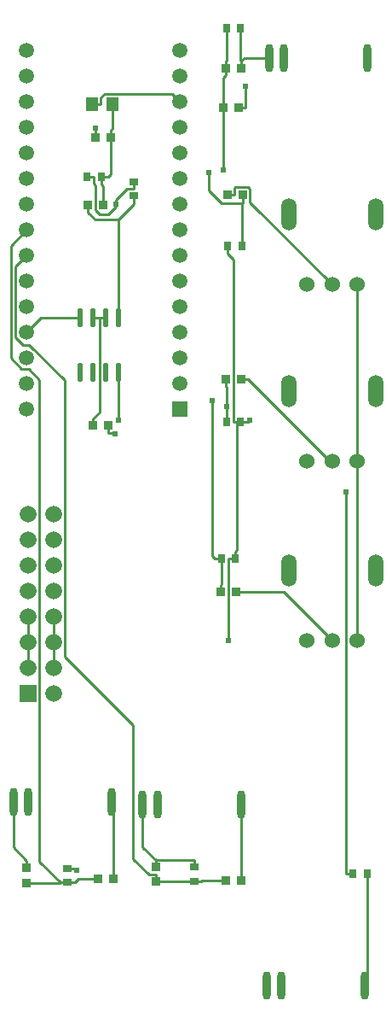
<source format=gtl>
G04 Layer: TopLayer*
G04 EasyEDA v6.5.22, 2023-02-14 12:38:32*
G04 3ec02a8cd32b49f9a07c26a40bf890e6,7be1179030e74d40a97a3c751b95adb4,10*
G04 Gerber Generator version 0.2*
G04 Scale: 100 percent, Rotated: No, Reflected: No *
G04 Dimensions in millimeters *
G04 leading zeros omitted , absolute positions ,4 integer and 5 decimal *
%FSLAX45Y45*%
%MOMM*%

%AMMACRO1*21,1,$1,$2,0,0,$3*%
%ADD10C,0.2540*%
%ADD11R,0.8000X0.9000*%
%ADD12R,0.9000X0.8000*%
%ADD13MACRO1,0.864X0.8065X90.0000*%
%ADD14MACRO1,0.864X0.8065X-90.0000*%
%ADD15MACRO1,0.864X0.8065X0.0000*%
%ADD16R,0.8640X0.8065*%
%ADD17MACRO1,1.377X1.1325X90.0000*%
%ADD18O,0.5684012X1.950212*%
%ADD19C,1.6637*%
%ADD20MACRO1,1.6637X1.6637X0.0000*%
%ADD21C,1.5240*%
%ADD22O,1.499997X3.1999936*%
%ADD23O,0.7999984X2.7999944*%
%ADD24R,1.5080X1.5080*%
%ADD25C,1.5080*%
%ADD26C,0.6096*%
%ADD27C,0.0114*%

%LPD*%
D10*
X-2031136Y4271083D02*
G01*
X-2031136Y4889497D01*
X-2005736Y5283197D02*
G01*
X-2005736Y5212026D01*
X-2031136Y4889497D02*
G01*
X-2031136Y5186626D01*
X-2005736Y5212026D01*
X-2005736Y5283197D02*
G01*
X-2005736Y5354368D01*
X-2005736Y5354368D02*
G01*
X-2000402Y5359702D01*
X-2000402Y5676897D01*
X-3987800Y-2642466D02*
G01*
X-3987800Y-2574190D01*
X-4119092Y-1993902D02*
G01*
X-4119092Y-2442898D01*
X-3987800Y-2574190D01*
X-3102914Y3937200D02*
G01*
X-3102914Y3907660D01*
X-3178962Y3831612D01*
X-3258108Y3831612D01*
X-3306267Y3879771D01*
X-3306267Y4125262D01*
X-3316731Y4135727D01*
X-3316731Y4203697D01*
X-2921000Y4091429D02*
G01*
X-2988970Y4091429D01*
X-3102914Y3977485D01*
X-3102914Y3937200D01*
X-3073400Y2269487D02*
G01*
X-3073400Y1795980D01*
X-1911197Y419097D02*
G01*
X-1911197Y492071D01*
X-1894382Y1777997D02*
G01*
X-1894382Y508886D01*
X-1911197Y492071D01*
X-1894382Y1777997D02*
G01*
X-1928368Y1777997D01*
X-1860397Y1777997D02*
G01*
X-1894382Y1777997D01*
X-1987702Y3517897D02*
G01*
X-1987702Y3444923D01*
X-1987702Y3444923D02*
G01*
X-1928368Y3385588D01*
X-1928368Y1777997D01*
X-3384702Y4203697D02*
G01*
X-3316731Y4203697D01*
X-2921000Y4159399D02*
G01*
X-2921000Y4091429D01*
X-1979168Y419097D02*
G01*
X-1979168Y-393702D01*
X-1911197Y419097D02*
G01*
X-1979168Y419097D01*
X-3508425Y-2647800D02*
G01*
X-3487673Y-2668551D01*
X-3581400Y-2647800D02*
G01*
X-3508425Y-2647800D01*
X-1792427Y1777997D02*
G01*
X-1789887Y1777997D01*
X-1771904Y1795980D01*
X-1860397Y1777997D02*
G01*
X-1792427Y1777997D01*
X-2705100Y-2567129D02*
G01*
X-2836392Y-2435837D01*
X-2836392Y-2019302D01*
X-2705100Y-2595628D02*
G01*
X-2705100Y-2567129D01*
X-2705100Y-2567129D02*
G01*
X-2324100Y-2567129D01*
X-2324100Y-2635100D02*
G01*
X-2324100Y-2567129D01*
X-2705100Y-2629766D02*
G01*
X-2705100Y-2595628D01*
X-1579092Y5384797D02*
G01*
X-1824634Y5384797D01*
X-1855063Y5354368D01*
X-3721100Y-406402D02*
G01*
X-3721100Y-152402D01*
X-3721100Y-660402D02*
G01*
X-3721100Y-406402D01*
X-3975100Y-406402D02*
G01*
X-3975100Y-152402D01*
X-3975100Y-660402D02*
G01*
X-3975100Y-406402D01*
X-1855063Y5283197D02*
G01*
X-1855063Y5354368D01*
X-1855063Y5354368D02*
G01*
X-1860397Y5359702D01*
X-1860397Y5676897D01*
X-2119172Y419097D02*
G01*
X-2145436Y445361D01*
X-2145436Y1987598D01*
X-2051202Y419097D02*
G01*
X-2119172Y419097D01*
X-2056536Y88897D02*
G01*
X-2056536Y160068D01*
X-2056536Y160068D02*
G01*
X-2051202Y165402D01*
X-2051202Y419097D01*
X-2000402Y1928289D02*
G01*
X-2000402Y1777997D01*
X-2005736Y2125926D02*
G01*
X-2000402Y2120592D01*
X-2000402Y1928289D01*
X-2005736Y2197097D02*
G01*
X-2005736Y2125926D01*
X-1847697Y3941518D02*
G01*
X-2052218Y3941518D01*
X-2178761Y4068061D01*
X-2178761Y4246572D01*
X-1842363Y4025897D02*
G01*
X-1842363Y3946852D01*
X-1847697Y3941518D01*
X-1847697Y3941518D02*
G01*
X-1847697Y3590871D01*
X-1847697Y3517897D02*
G01*
X-1847697Y3590871D01*
X-3244697Y4203697D02*
G01*
X-3176727Y4203697D01*
X-3150463Y4597397D02*
G01*
X-3150463Y4229961D01*
X-3176727Y4203697D01*
X-3150463Y4632982D02*
G01*
X-3150463Y4597397D01*
X-3150463Y4632982D02*
G01*
X-3150463Y4668568D01*
X-3244697Y4203697D02*
G01*
X-3244697Y4130723D01*
X-3226663Y3924297D02*
G01*
X-3226663Y4112689D01*
X-3244697Y4130723D01*
X-3138500Y4927597D02*
G01*
X-3138500Y4680531D01*
X-3150463Y4668568D01*
X-3377336Y3924297D02*
G01*
X-3377336Y3853126D01*
X-3073400Y3782260D02*
G01*
X-3306470Y3782260D01*
X-3377336Y3853126D01*
X-3073400Y2810507D02*
G01*
X-3073400Y3782260D01*
X-2921000Y4019395D02*
G01*
X-2921000Y3934660D01*
X-3073400Y3782260D01*
X-624509Y-3810002D02*
G01*
X-603097Y-3788590D01*
X-603097Y-2705102D01*
X-3175863Y1739897D02*
G01*
X-3175863Y1668726D01*
X-3175863Y1668726D02*
G01*
X-3116148Y1668726D01*
X-3107029Y1659608D01*
X-811072Y1080335D02*
G01*
X-811072Y-2705102D01*
X-743102Y-2705102D02*
G01*
X-811072Y-2705102D01*
X-3987800Y3682997D02*
G01*
X-4145914Y3524882D01*
X-4145914Y2408298D01*
X-4037964Y2300348D01*
X-3966743Y2300348D01*
X-3862501Y2196106D01*
X-3862501Y-2579677D01*
X-3654374Y-2787804D01*
X-3581400Y-2787804D02*
G01*
X-3654374Y-2787804D01*
X-3987800Y-2793138D02*
G01*
X-3659708Y-2793138D01*
X-3654374Y-2787804D01*
X-3581400Y-2787804D02*
G01*
X-3508425Y-2787804D01*
X-3275736Y-2755902D02*
G01*
X-3476523Y-2755902D01*
X-3508425Y-2787804D01*
X-2705100Y-2780438D02*
G01*
X-2705100Y-2712138D01*
X-3987800Y3428997D02*
G01*
X-4097731Y3319066D01*
X-4097731Y2614089D01*
X-4023639Y2539997D01*
X-3962019Y2539997D01*
X-3609822Y2187801D01*
X-3609822Y-547220D01*
X-2930321Y-1226720D01*
X-2930321Y-2555217D01*
X-2773400Y-2712138D01*
X-2705100Y-2712138D01*
X-2324100Y-2775104D02*
G01*
X-2397074Y-2775104D01*
X-2705100Y-2780438D02*
G01*
X-2402408Y-2780438D01*
X-2397074Y-2775104D01*
X-2324100Y-2775104D02*
G01*
X-2251125Y-2775104D01*
X-2005736Y-2768602D02*
G01*
X-2244623Y-2768602D01*
X-2251125Y-2775104D01*
X-1993036Y4025897D02*
G01*
X-1924735Y4025897D01*
X-952500Y3136897D02*
G01*
X-1768779Y3953177D01*
X-1768779Y4086425D01*
X-1787804Y4105450D01*
X-1913483Y4105450D01*
X-1924735Y4094198D01*
X-1924735Y4025897D01*
X-702487Y1384297D02*
G01*
X-702487Y3136897D01*
X-702487Y-393702D02*
G01*
X-702487Y1384297D01*
X-3454400Y2810507D02*
G01*
X-3844289Y2810507D01*
X-3987800Y2666997D01*
X-1855063Y2197097D02*
G01*
X-1786788Y2197097D01*
X-1786788Y2197097D02*
G01*
X-973988Y1384297D01*
X-952500Y1384297D01*
X-1905863Y88897D02*
G01*
X-1435100Y88897D01*
X-952500Y-393702D01*
X-3125063Y-2755902D02*
G01*
X-3125063Y-2007948D01*
X-3139109Y-1993902D01*
X-1855063Y-2768602D02*
G01*
X-1855063Y-2020648D01*
X-1856409Y-2019302D01*
X-1812188Y4889497D02*
G01*
X-1812188Y5101739D01*
X-1880463Y4889497D02*
G01*
X-1812188Y4889497D01*
X-3301136Y4690386D02*
G01*
X-3301136Y4597397D01*
X-3338499Y4927597D02*
G01*
X-3253917Y4927597D01*
X-2463800Y4952997D02*
G01*
X-2542870Y5032067D01*
X-3212871Y5032067D01*
X-3253917Y4991021D01*
X-3253917Y4927597D01*
X-3326536Y1739897D02*
G01*
X-3326536Y1811068D01*
X-3263900Y2810507D02*
G01*
X-3263900Y1873704D01*
X-3326536Y1811068D01*
X-3263900Y2810507D02*
G01*
X-3327400Y2810507D01*
X-3200400Y2810507D02*
G01*
X-3263900Y2810507D01*
D11*
G01*
X-2000402Y5676900D03*
G01*
X-1860397Y5676900D03*
G01*
X-2051202Y419100D03*
G01*
X-1911197Y419100D03*
G01*
X-2000402Y1778000D03*
G01*
X-1860397Y1778000D03*
G01*
X-1847697Y3517900D03*
G01*
X-1987702Y3517900D03*
G01*
X-3244697Y4203700D03*
G01*
X-3384702Y4203700D03*
D12*
G01*
X-2921000Y4019397D03*
G01*
X-2921000Y4159402D03*
D11*
G01*
X-603097Y-2705100D03*
G01*
X-743102Y-2705100D03*
D12*
G01*
X-3581400Y-2787802D03*
G01*
X-3581400Y-2647797D03*
G01*
X-2324100Y-2775102D03*
G01*
X-2324100Y-2635097D03*
D13*
G01*
X-1842375Y4025900D03*
G01*
X-1993024Y4025900D03*
D14*
G01*
X-2005724Y2197100D03*
G01*
X-1855075Y2197100D03*
G01*
X-2056524Y88900D03*
G01*
X-1905875Y88900D03*
D15*
G01*
X-3987800Y-2642475D03*
D16*
G01*
X-3987800Y-2793136D03*
D13*
G01*
X-3125075Y-2755900D03*
G01*
X-3275724Y-2755900D03*
D15*
G01*
X-2705100Y-2629775D03*
D16*
G01*
X-2705100Y-2780436D03*
D13*
G01*
X-1855075Y-2768600D03*
G01*
X-2005724Y-2768600D03*
D14*
G01*
X-2031124Y4889500D03*
G01*
X-1880475Y4889500D03*
G01*
X-2005724Y5283200D03*
G01*
X-1855075Y5283200D03*
D13*
G01*
X-3150475Y4597400D03*
G01*
X-3301124Y4597400D03*
G01*
X-3175875Y1739900D03*
G01*
X-3326524Y1739900D03*
D14*
G01*
X-3377324Y3924300D03*
G01*
X-3226675Y3924300D03*
D17*
G01*
X-3138495Y4927600D03*
G01*
X-3338504Y4927600D03*
D18*
G01*
X-3454400Y2269489D03*
G01*
X-3327400Y2269489D03*
G01*
X-3200400Y2269489D03*
G01*
X-3073400Y2269489D03*
G01*
X-3454400Y2810510D03*
G01*
X-3327400Y2810510D03*
G01*
X-3200400Y2810510D03*
G01*
X-3073400Y2810510D03*
D19*
G01*
X-3721100Y609600D03*
G01*
X-3975100Y609600D03*
G01*
X-3721100Y101600D03*
G01*
X-3975100Y101600D03*
G01*
X-3721100Y-152400D03*
G01*
X-3975100Y-152400D03*
G01*
X-3721100Y-406400D03*
G01*
X-3975100Y-406400D03*
G01*
X-3721100Y-660400D03*
G01*
X-3975100Y-660400D03*
G01*
X-3721100Y863600D03*
G01*
X-3975100Y863600D03*
G01*
X-3721100Y355600D03*
G01*
X-3975100Y355600D03*
G01*
X-3721100Y-914400D03*
D20*
G01*
X-3975100Y-914400D03*
D21*
G01*
X-1202486Y3136900D03*
G01*
X-952500Y3136900D03*
G01*
X-702487Y3136900D03*
D22*
G01*
X-522300Y3836746D03*
G01*
X-1382496Y3836898D03*
D21*
G01*
X-1202486Y1384300D03*
G01*
X-952500Y1384300D03*
G01*
X-702487Y1384300D03*
D22*
G01*
X-522300Y2084146D03*
G01*
X-1382496Y2084298D03*
D21*
G01*
X-1202486Y-393700D03*
G01*
X-952500Y-393700D03*
G01*
X-702487Y-393700D03*
D22*
G01*
X-522300Y306146D03*
G01*
X-1382496Y306298D03*
D23*
G01*
X-3971112Y-1993900D03*
G01*
X-3139109Y-1993900D03*
G01*
X-4119092Y-1993900D03*
G01*
X-2688412Y-2019300D03*
G01*
X-1856409Y-2019300D03*
G01*
X-2836392Y-2019300D03*
G01*
X-1431112Y5384800D03*
G01*
X-599109Y5384800D03*
G01*
X-1579092Y5384800D03*
G01*
X-1456512Y-3810000D03*
G01*
X-624509Y-3810000D03*
G01*
X-1604492Y-3810000D03*
D24*
G01*
X-2463800Y1905000D03*
D25*
G01*
X-2463800Y2159000D03*
G01*
X-2463800Y2413000D03*
G01*
X-2463800Y2667000D03*
G01*
X-2463800Y2921000D03*
G01*
X-2463800Y3175000D03*
G01*
X-2463800Y3429000D03*
G01*
X-2463800Y3683000D03*
G01*
X-2463800Y3937000D03*
G01*
X-2463800Y4191000D03*
G01*
X-2463800Y4445000D03*
G01*
X-2463800Y4699000D03*
G01*
X-3987800Y1905000D03*
G01*
X-3987800Y2159000D03*
G01*
X-3987800Y2413000D03*
G01*
X-3987800Y2667000D03*
G01*
X-3987800Y2921000D03*
G01*
X-3987800Y3175000D03*
G01*
X-3987800Y3683000D03*
G01*
X-3987800Y3937000D03*
G01*
X-3987800Y4445000D03*
G01*
X-3987800Y4699000D03*
G01*
X-3987800Y4191000D03*
G01*
X-3987800Y3429000D03*
G01*
X-2463800Y4953000D03*
G01*
X-2463800Y5207000D03*
G01*
X-2463800Y5461000D03*
G01*
X-3987800Y4953000D03*
G01*
X-3987800Y5207000D03*
G01*
X-3987800Y5461000D03*
D26*
G01*
X-2031136Y4271086D03*
G01*
X-3102914Y3937203D03*
G01*
X-3073400Y1795983D03*
G01*
X-1979168Y-393700D03*
G01*
X-3487673Y-2668549D03*
G01*
X-1771904Y1795983D03*
G01*
X-2145436Y1987600D03*
G01*
X-2000402Y1928291D03*
G01*
X-2178761Y4246575D03*
G01*
X-811072Y1080338D03*
G01*
X-3107029Y1659610D03*
G01*
X-1812188Y5101742D03*
G01*
X-3301136Y4690389D03*
M02*

</source>
